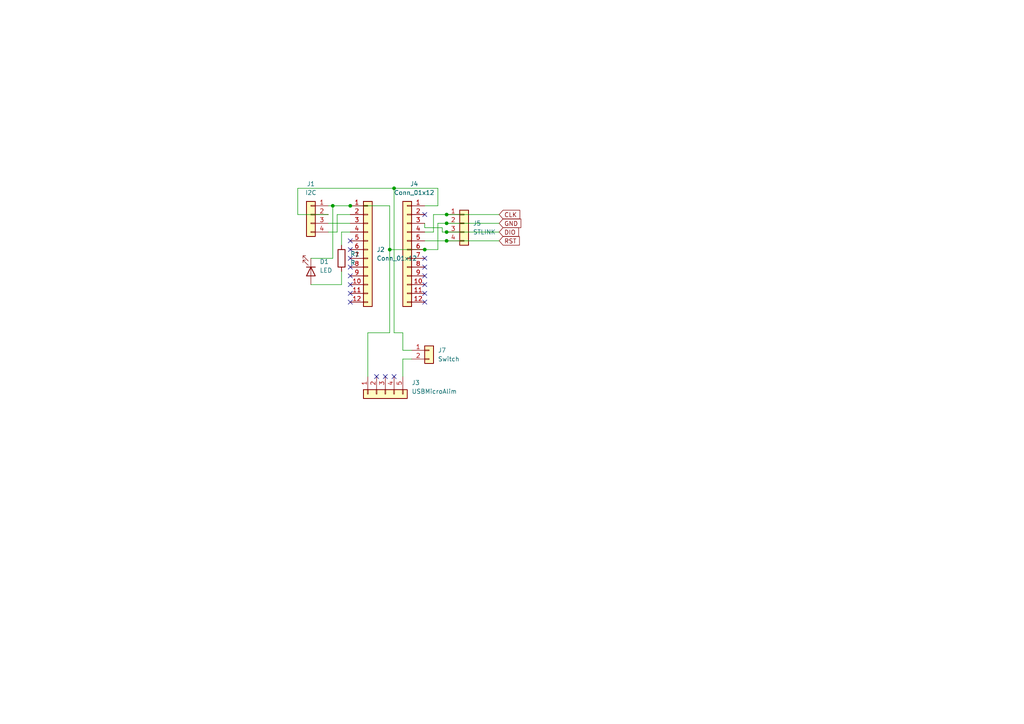
<source format=kicad_sch>
(kicad_sch (version 20211123) (generator eeschema)
  (paper "A4")
  (lib_symbols
    (symbol "Connector_Generic:Conn_01x02" (pin_names (offset 1.016) hide)
      (property "Reference" "J" (at 0 2.54 0))
      (property "Value" "Conn_01x02" (at 0 -5.08 0))
      (symbol "Conn_01x02_1_1"
        (rectangle (start -1.27 -2.413) (end 0 -2.667) (stroke (width 0.1524)))
        (rectangle (start -1.27 0.127) (end 0 -0.127) (stroke (width 0.1524)))
        (rectangle (start -1.27 1.27) (end 1.27 -3.81) (stroke (width 0.254)) (fill (type background)))
        (pin passive line (at -5.08 0 0) (length 3.81) (name "Pin_1") (number "1"))
        (pin passive line (at -5.08 -2.54 0) (length 3.81) (name "Pin_2") (number "2"))
      )
    )
    (symbol "Connector_Generic:Conn_01x04" (pin_names (offset 1.016) hide)
      (property "Reference" "J" (at 0 5.08 0))
      (property "Value" "Conn_01x04" (at 0 -7.62 0))
      (symbol "Conn_01x04_1_1"
        (rectangle (start -1.27 -4.953) (end 0 -5.207) (stroke (width 0.1524)))
        (rectangle (start -1.27 -2.413) (end 0 -2.667) (stroke (width 0.1524)))
        (rectangle (start -1.27 0.127) (end 0 -0.127) (stroke (width 0.1524)))
        (rectangle (start -1.27 2.667) (end 0 2.413) (stroke (width 0.1524)))
        (rectangle (start -1.27 3.81) (end 1.27 -6.35) (stroke (width 0.254)) (fill (type background)))
        (pin passive line (at -5.08 2.54 0) (length 3.81) (name "Pin_1") (number "1"))
        (pin passive line (at -5.08 0 0) (length 3.81) (name "Pin_2") (number "2"))
        (pin passive line (at -5.08 -2.54 0) (length 3.81) (name "Pin_3") (number "3"))
        (pin passive line (at -5.08 -5.08 0) (length 3.81) (name "Pin_4") (number "4"))
      )
    )
    (symbol "Connector_Generic:Conn_01x05" (pin_names (offset 1.016) hide)
      (property "Reference" "J" (at 0 7.62 0))
      (property "Value" "Conn_01x05" (at 0 -7.62 0))
      (symbol "Conn_01x05_1_1"
        (rectangle (start -1.27 -4.953) (end 0 -5.207) (stroke (width 0.1524)))
        (rectangle (start -1.27 -2.413) (end 0 -2.667) (stroke (width 0.1524)))
        (rectangle (start -1.27 0.127) (end 0 -0.127) (stroke (width 0.1524)))
        (rectangle (start -1.27 2.667) (end 0 2.413) (stroke (width 0.1524)))
        (rectangle (start -1.27 5.207) (end 0 4.953) (stroke (width 0.1524)))
        (rectangle (start -1.27 6.35) (end 1.27 -6.35) (stroke (width 0.254)) (fill (type background)))
        (pin passive line (at -5.08 5.08 0) (length 3.81) (name "Pin_1") (number "1"))
        (pin passive line (at -5.08 2.54 0) (length 3.81) (name "Pin_2") (number "2"))
        (pin passive line (at -5.08 0 0) (length 3.81) (name "Pin_3") (number "3"))
        (pin passive line (at -5.08 -2.54 0) (length 3.81) (name "Pin_4") (number "4"))
        (pin passive line (at -5.08 -5.08 0) (length 3.81) (name "Pin_5") (number "5"))
      )
    )
    (symbol "Connector_Generic:Conn_01x12" (pin_names (offset 1.016) hide)
      (property "Reference" "J" (at 0 15.24 0))
      (property "Value" "Conn_01x12" (at 0 -17.78 0))
      (symbol "Conn_01x12_1_1"
        (rectangle (start -1.27 -15.113) (end 0 -15.367) (stroke (width 0.1524)))
        (rectangle (start -1.27 -12.573) (end 0 -12.827) (stroke (width 0.1524)))
        (rectangle (start -1.27 -10.033) (end 0 -10.287) (stroke (width 0.1524)))
        (rectangle (start -1.27 -7.493) (end 0 -7.747) (stroke (width 0.1524)))
        (rectangle (start -1.27 -4.953) (end 0 -5.207) (stroke (width 0.1524)))
        (rectangle (start -1.27 -2.413) (end 0 -2.667) (stroke (width 0.1524)))
        (rectangle (start -1.27 0.127) (end 0 -0.127) (stroke (width 0.1524)))
        (rectangle (start -1.27 2.667) (end 0 2.413) (stroke (width 0.1524)))
        (rectangle (start -1.27 5.207) (end 0 4.953) (stroke (width 0.1524)))
        (rectangle (start -1.27 7.747) (end 0 7.493) (stroke (width 0.1524)))
        (rectangle (start -1.27 10.287) (end 0 10.033) (stroke (width 0.1524)))
        (rectangle (start -1.27 12.827) (end 0 12.573) (stroke (width 0.1524)))
        (rectangle (start -1.27 13.97) (end 1.27 -16.51) (stroke (width 0.254)) (fill (type background)))
        (pin passive line (at -5.08 12.7 0) (length 3.81) (name "Pin_1") (number "1"))
        (pin passive line (at -5.08 -10.16 0) (length 3.81) (name "Pin_10") (number "10"))
        (pin passive line (at -5.08 -12.7 0) (length 3.81) (name "Pin_11") (number "11"))
        (pin passive line (at -5.08 -15.24 0) (length 3.81) (name "Pin_12") (number "12"))
        (pin passive line (at -5.08 10.16 0) (length 3.81) (name "Pin_2") (number "2"))
        (pin passive line (at -5.08 7.62 0) (length 3.81) (name "Pin_3") (number "3"))
        (pin passive line (at -5.08 5.08 0) (length 3.81) (name "Pin_4") (number "4"))
        (pin passive line (at -5.08 2.54 0) (length 3.81) (name "Pin_5") (number "5"))
        (pin passive line (at -5.08 0 0) (length 3.81) (name "Pin_6") (number "6"))
        (pin passive line (at -5.08 -2.54 0) (length 3.81) (name "Pin_7") (number "7"))
        (pin passive line (at -5.08 -5.08 0) (length 3.81) (name "Pin_8") (number "8"))
        (pin passive line (at -5.08 -7.62 0) (length 3.81) (name "Pin_9") (number "9"))
      )
    )
    (symbol "Device:LED" (pin_numbers hide) (pin_names (offset 1.016) hide)
      (property "Reference" "D" (at 0 2.54 0))
      (property "Value" "LED" (at 0 -2.54 0))
      (symbol "LED_0_1"
        (polyline (pts (xy -1.27 -1.27) (xy -1.27 1.27)) (stroke (width 0.254)))
        (polyline (pts (xy -1.27 0) (xy 1.27 0)))
        (polyline (pts (xy 1.27 -1.27) (xy 1.27 1.27) (xy -1.27 0) (xy 1.27 -1.27)) (stroke (width 0.254)))
        (polyline (pts (xy -3.048 -0.762) (xy -4.572 -2.286) (xy -3.81 -2.286) (xy -4.572 -2.286) (xy -4.572 -1.524)))
        (polyline (pts (xy -1.778 -0.762) (xy -3.302 -2.286) (xy -2.54 -2.286) (xy -3.302 -2.286) (xy -3.302 -1.524)))
      )
      (symbol "LED_1_1"
        (pin passive line (at -3.81 0 0) (length 2.54) (name "K") (number "1"))
        (pin passive line (at 3.81 0 180) (length 2.54) (name "A") (number "2"))
      )
    )
    (symbol "Device:R" (pin_numbers hide) (pin_names (offset 0))
      (property "Reference" "R" (at 2.032 0 90))
      (property "Value" "R" (at 0 0 90))
      (symbol "R_0_1"
        (rectangle (start -1.016 -2.54) (end 1.016 2.54) (stroke (width 0.254)))
      )
      (symbol "R_1_1"
        (pin passive line (at 0 3.81 270) (length 1.27) (name "~") (number "1"))
        (pin passive line (at 0 -3.81 90) (length 1.27) (name "~") (number "2"))
      )
    )
  )
  (junction (at 123.19 72.39))
  (junction (at 114.3 54.61))
  (junction (at 129.54 62.23))
  (junction (at 129.54 69.85))
  (junction (at 129.54 67.31))
  (junction (at 129.54 64.77))
  (junction (at 113.03 72.39))
  (junction (at 101.6 59.69))
  (junction (at 96.52 59.69))
  (no_connect (at 101.6 72.39))
  (no_connect (at 101.6 74.93))
  (no_connect (at 101.6 77.47))
  (no_connect (at 101.6 80.01))
  (no_connect (at 101.6 82.55))
  (no_connect (at 101.6 85.09))
  (no_connect (at 101.6 87.63))
  (no_connect (at 109.22 109.22))
  (no_connect (at 111.76 109.22))
  (no_connect (at 114.3 109.22))
  (no_connect (at 123.19 62.23))
  (no_connect (at 123.19 77.47))
  (no_connect (at 123.19 80.01))
  (no_connect (at 123.19 82.55))
  (no_connect (at 123.19 85.09))
  (no_connect (at 123.19 87.63))
  (no_connect (at 123.19 74.93))
  (no_connect (at 101.6 69.85))
  (wire (pts (xy 99.06 78.74) (xy 99.06 82.55)))
  (wire (pts (xy 106.68 96.52) (xy 113.03 96.52)))
  (wire (pts (xy 106.68 109.22) (xy 106.68 96.52)))
  (wire (pts (xy 119.38 101.6) (xy 116.84 101.6)))
  (wire (pts (xy 123.19 69.85) (xy 129.54 69.85)))
  (wire (pts (xy 114.3 96.52) (xy 114.3 54.61)))
  (wire (pts (xy 116.84 96.52) (xy 114.3 96.52)))
  (wire (pts (xy 95.25 59.69) (xy 96.52 59.69)))
  (wire (pts (xy 95.25 67.31) (xy 97.79 67.31)))
  (wire (pts (xy 97.79 62.23) (xy 101.6 62.23)))
  (wire (pts (xy 97.79 67.31) (xy 97.79 62.23)))
  (wire (pts (xy 129.54 64.77) (xy 127 64.77)))
  (wire (pts (xy 99.06 67.31) (xy 99.06 71.12)))
  (wire (pts (xy 95.25 64.77) (xy 101.6 64.77)))
  (wire (pts (xy 96.52 59.69) (xy 101.6 59.69)))
  (wire (pts (xy 116.84 109.22) (xy 116.84 104.14)))
  (wire (pts (xy 101.6 67.31) (xy 99.06 67.31)))
  (wire (pts (xy 129.54 67.31) (xy 144.78 67.31)))
  (wire (pts (xy 129.54 69.85) (xy 144.78 69.85)))
  (wire (pts (xy 123.19 66.04) (xy 123.19 64.77)))
  (wire (pts (xy 128.27 66.04) (xy 123.19 66.04)))
  (wire (pts (xy 128.27 67.31) (xy 128.27 66.04)))
  (wire (pts (xy 129.54 67.31) (xy 128.27 67.31)))
  (wire (pts (xy 96.52 74.93) (xy 96.52 59.69)))
  (wire (pts (xy 116.84 104.14) (xy 119.38 104.14)))
  (wire (pts (xy 86.36 54.61) (xy 114.3 54.61)))
  (wire (pts (xy 86.36 62.23) (xy 86.36 54.61)))
  (wire (pts (xy 95.25 62.23) (xy 86.36 62.23)))
  (wire (pts (xy 114.3 54.61) (xy 127 54.61)))
  (wire (pts (xy 127 54.61) (xy 127 59.69)))
  (wire (pts (xy 127 59.69) (xy 123.19 59.69)))
  (wire (pts (xy 90.17 74.93) (xy 96.52 74.93)))
  (wire (pts (xy 113.03 72.39) (xy 123.19 72.39)))
  (wire (pts (xy 129.54 62.23) (xy 144.78 62.23)))
  (wire (pts (xy 125.73 62.23) (xy 125.73 67.31)))
  (wire (pts (xy 125.73 67.31) (xy 123.19 67.31)))
  (wire (pts (xy 129.54 62.23) (xy 125.73 62.23)))
  (wire (pts (xy 116.84 101.6) (xy 116.84 96.52)))
  (wire (pts (xy 101.6 59.69) (xy 113.03 59.69)))
  (wire (pts (xy 113.03 59.69) (xy 113.03 72.39)))
  (wire (pts (xy 113.03 72.39) (xy 113.03 96.52)))
  (wire (pts (xy 90.17 82.55) (xy 99.06 82.55)))
  (wire (pts (xy 127 64.77) (xy 127 72.39)))
  (wire (pts (xy 127 72.39) (xy 123.19 72.39)))
  (wire (pts (xy 129.54 64.77) (xy 144.78 64.77)))
  (global_label "GND" (shape input) (at 144.78 64.77 0) (property "Intersheet References" "${INTERSHEET_REFS}" (effects hide)))
  (global_label "DIO" (shape input) (at 144.78 67.31 0) (property "Intersheet References" "${INTERSHEET_REFS}" (effects hide)))
  (global_label "RST" (shape input) (at 144.78 69.85 0) (property "Intersheet References" "${INTERSHEET_REFS}" (effects hide)))
  (global_label "CLK" (shape input) (at 144.78 62.23 0) (property "Intersheet References" "${INTERSHEET_REFS}" (effects hide)))
  (symbol (lib_id "Connector_Generic:Conn_01x12") (at 118.11 72.39 0) (mirror y) (unit 1)
    (property "Reference" "J4" (at 120.142 53.34 0))
    (property "Value" "Conn_01x12" (at 120.142 55.88 0))
    (property "Footprint" "Connector_PinHeader_2.54mm:PinHeader_1x12_P2.54mm_Vertical" (effects hide))
  )
  (symbol (lib_id "Connector_Generic:Conn_01x05") (at 111.76 114.3 90) (mirror x) (unit 1)
    (property "Reference" "J3" (at 119.38 110.9979 90) (effects (justify right)))
    (property "Value" "USBMicroAlim" (at 119.38 113.5379 90) (effects (justify right)))
    (property "Footprint" "Connector_PinHeader_2.54mm:PinHeader_1x05_P2.54mm_Vertical" (effects hide))
  )
  (symbol (lib_id "Device:LED") (at 90.17 78.74 270) (unit 1)
    (property "Reference" "D1" (at 92.71 75.8824 90) (effects (justify left)))
    (property "Value" "LED" (at 92.71 78.4224 90) (effects (justify left)))
    (property "Footprint" "Connector_PinHeader_2.54mm:PinHeader_1x02_P2.54mm_Vertical" (effects hide))
  )
  (symbol (lib_id "Connector_Generic:Conn_01x04") (at 134.62 64.77 0) (unit 1)
    (property "Reference" "J5" (at 137.16 64.7699 0) (effects (justify left)))
    (property "Value" "STLINK" (at 137.16 67.3099 0) (effects (justify left)))
    (property "Footprint" "Connector_PinHeader_2.54mm:PinHeader_1x04_P2.54mm_Vertical" (effects hide))
  )
  (symbol (lib_id "Connector_Generic:Conn_01x04") (at 90.17 62.23 0) (mirror y) (unit 1)
    (property "Reference" "J1" (at 90.17 53.34 0))
    (property "Value" "I2C" (at 90.17 55.88 0))
    (property "Footprint" "Connector_PinHeader_2.00mm:PinHeader_1x04_P2.00mm_Vertical" (effects hide))
  )
  (symbol (lib_id "Device:R") (at 99.06 74.93 0) (unit 1)
    (property "Reference" "R1" (at 101.6 73.6599 0) (effects (justify left)))
    (property "Value" "R" (at 101.6 76.1999 0) (effects (justify left)))
    (property "Footprint" "Connector_PinHeader_2.54mm:PinHeader_1x02_P2.54mm_Vertical" (effects hide))
  )
  (symbol (lib_id "Connector_Generic:Conn_01x12") (at 106.68 72.39 0) (unit 1)
    (property "Reference" "J2" (at 109.22 72.3899 0) (effects (justify left)))
    (property "Value" "Conn_01x12" (at 109.22 74.9299 0) (effects (justify left)))
    (property "Footprint" "Connector_PinHeader_2.54mm:PinHeader_1x12_P2.54mm_Vertical" (effects hide))
  )
  (symbol (lib_id "Connector_Generic:Conn_01x02") (at 124.46 101.6 0) (unit 1)
    (property "Reference" "J7" (at 127 101.5999 0) (effects (justify left)))
    (property "Value" "Switch" (at 127 104.1399 0) (effects (justify left)))
    (property "Footprint" "Connector_PinHeader_2.54mm:PinHeader_1x02_P2.54mm_Vertical" (effects hide))
  )
)
</source>
